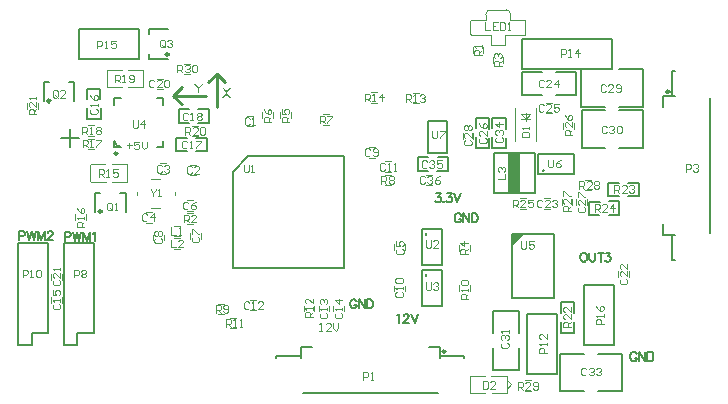
<source format=gto>
%FSLAX25Y25*%
%MOIN*%
G70*
G01*
G75*
%ADD10C,0.02000*%
%ADD11C,0.01500*%
%ADD12C,0.00600*%
%ADD13C,0.01000*%
%ADD14C,0.03000*%
%ADD15C,0.00800*%
%ADD16C,0.02500*%
%ADD17R,0.02362X0.02756*%
%ADD18O,0.05906X0.01575*%
%ADD19R,0.06299X0.10630*%
%ADD20R,0.05512X0.08661*%
%ADD21R,0.05512X0.03543*%
%ADD22R,0.04331X0.05118*%
%ADD23C,0.05906*%
%ADD24R,0.03937X0.12205*%
%ADD25R,0.03937X0.03937*%
%ADD26R,0.05118X0.03150*%
%ADD27R,0.11024X0.08268*%
%ADD28R,0.03543X0.03740*%
%ADD29R,0.03543X0.03740*%
%ADD30O,0.05906X0.00984*%
%ADD31O,0.00984X0.05906*%
%ADD32R,0.03937X0.01378*%
%ADD33O,0.00984X0.02756*%
%ADD34O,0.02756X0.00984*%
%ADD35R,0.10236X0.10630*%
%ADD36R,0.02362X0.03150*%
%ADD37R,0.03150X0.03150*%
%ADD38R,0.03150X0.02362*%
%ADD39R,0.04331X0.03937*%
%ADD40R,0.03150X0.05118*%
%ADD41R,0.08268X0.11024*%
%ADD42R,0.02756X0.02362*%
%ADD43R,0.03500X0.02800*%
%ADD44R,0.02800X0.03500*%
%ADD45R,0.05512X0.06693*%
%ADD46C,0.04724*%
%ADD47R,0.03740X0.03543*%
%ADD48R,0.03740X0.03543*%
%ADD49R,0.07087X0.06299*%
%ADD50R,0.17500X0.26100*%
%ADD51R,0.08900X0.23700*%
%ADD52R,0.37800X0.08900*%
%ADD53R,0.18600X0.12500*%
%ADD54R,0.05300X0.15000*%
%ADD55R,0.08700X0.14600*%
%ADD56R,0.18300X0.06800*%
%ADD57R,0.03100X0.10500*%
%ADD58R,0.27600X0.08000*%
%ADD59R,0.20600X0.13700*%
%ADD60R,0.06700X0.23500*%
%ADD61R,0.10900X0.06800*%
%ADD62R,0.07900X0.07000*%
%ADD63R,0.14900X0.03900*%
%ADD64R,0.05900X0.18900*%
%ADD65R,0.06800X0.03800*%
%ADD66R,0.08500X0.03500*%
%ADD67C,0.07087*%
%ADD68C,0.15748*%
%ADD69R,0.05906X0.05906*%
%ADD70R,0.05906X0.05906*%
%ADD71C,0.01969*%
%ADD72C,0.01575*%
%ADD73C,0.02559*%
%ADD74C,0.02362*%
G04:AMPARAMS|DCode=75|XSize=157.48mil|YSize=118.11mil|CornerRadius=0mil|HoleSize=0mil|Usage=FLASHONLY|Rotation=0.000|XOffset=0mil|YOffset=0mil|HoleType=Round|Shape=Octagon|*
%AMOCTAGOND75*
4,1,8,0.07874,-0.02953,0.07874,0.02953,0.04921,0.05906,-0.04921,0.05906,-0.07874,0.02953,-0.07874,-0.02953,-0.04921,-0.05906,0.04921,-0.05906,0.07874,-0.02953,0.0*
%
%ADD75OCTAGOND75*%

%ADD76O,0.15748X0.11811*%
%ADD77R,0.62400X0.08800*%
%ADD78R,0.10500X0.18500*%
%ADD79C,0.00394*%
%ADD80C,0.00984*%
%ADD81C,0.00984*%
%ADD82C,0.00787*%
%ADD83C,0.00591*%
%ADD84C,0.00500*%
%ADD85C,0.00300*%
%ADD86R,0.03984X0.12820*%
G36*
X50033Y99077D02*
X51229Y97400D01*
X50707D01*
X49898Y98536D01*
X49894Y98541D01*
X49885Y98555D01*
X49875Y98573D01*
X49857Y98597D01*
X49815Y98661D01*
X49769Y98731D01*
X49764Y98726D01*
X49751Y98707D01*
X49732Y98680D01*
X49709Y98643D01*
X49658Y98569D01*
X49635Y98536D01*
X49617Y98509D01*
X48808Y97400D01*
X48300D01*
X49534Y99054D01*
X48443Y100597D01*
X48947D01*
X49529Y99775D01*
Y99770D01*
X49538Y99765D01*
X49547Y99752D01*
X49561Y99733D01*
X49589Y99687D01*
X49631Y99632D01*
X49672Y99567D01*
X49714Y99502D01*
X49751Y99442D01*
X49783Y99387D01*
X49788Y99396D01*
X49801Y99414D01*
X49825Y99451D01*
X49857Y99497D01*
X49894Y99548D01*
X49940Y99613D01*
X49986Y99678D01*
X50042Y99747D01*
X50679Y100597D01*
X51141D01*
X50033Y99077D01*
D02*
G37*
G36*
X40754Y100354D02*
Y99000D01*
X40329D01*
Y100354D01*
X39095Y102197D01*
X39608D01*
X40236Y101227D01*
Y101222D01*
X40246Y101213D01*
X40255Y101199D01*
X40264Y101181D01*
X40283Y101157D01*
X40301Y101130D01*
X40343Y101060D01*
X40394Y100977D01*
X40449Y100885D01*
X40509Y100788D01*
X40565Y100686D01*
Y100691D01*
X40569Y100700D01*
X40578Y100714D01*
X40592Y100733D01*
X40606Y100756D01*
X40625Y100783D01*
X40666Y100853D01*
X40717Y100936D01*
X40777Y101033D01*
X40846Y101139D01*
X40920Y101255D01*
X41535Y102197D01*
X42029D01*
X40754Y100354D01*
D02*
G37*
G36*
X144913Y48193D02*
Y52130D01*
X148850D01*
X144913Y48193D01*
D02*
G37*
D12*
Y30870D02*
Y52130D01*
X159087Y30870D02*
Y52130D01*
X144913D02*
X159087D01*
X144913Y30870D02*
X159087D01*
D13*
X116279Y38128D02*
G03*
X116279Y38128I-98J0D01*
G01*
X155406Y73143D02*
G03*
X155406Y73143I-98J0D01*
G01*
X116279Y51828D02*
G03*
X116279Y51828I-98J0D01*
G01*
X32100Y98100D02*
X43100D01*
X32100D02*
X34900Y95300D01*
X32100Y98100D02*
X34950Y100950D01*
X46450Y105450D02*
X49300Y102600D01*
X43650Y102650D02*
X46450Y105450D01*
Y94450D02*
Y105450D01*
D15*
X-2301Y87099D02*
Y81100D01*
X-5300Y84099D02*
X699D01*
D79*
X143900Y126500D02*
G03*
X143176Y126800I-724J-724D01*
G01*
X144400Y125434D02*
G03*
X144000Y126400I-1366J0D01*
G01*
X137666Y126800D02*
G03*
X136700Y126400I0J-1366D01*
G01*
D02*
G03*
X136200Y125193I1207J-1207D01*
G01*
X142800Y118500D02*
G03*
X142700Y118259I241J-241D01*
G01*
X131100Y118600D02*
G03*
X131341Y118500I241J241D01*
G01*
X32247Y50672D02*
X34216D01*
X32247Y47128D02*
X34216D01*
X32247Y54872D02*
X34216D01*
X32247Y51328D02*
X34216D01*
X149500Y90491D02*
X151075Y91916D01*
X147925D02*
X149500Y90491D01*
X147925Y90459D02*
X151075D01*
X147925Y91916D02*
X151075D01*
X149500Y89782D02*
Y92538D01*
X153043Y83089D02*
Y94113D01*
X145957Y83089D02*
Y94113D01*
X143198Y325D02*
X144624Y1900D01*
X143198Y3475D02*
X144624Y1900D01*
X138198Y-1000D02*
X143198D01*
Y4800D01*
X138098D02*
X143198D01*
X131098D02*
X135998D01*
X130998Y4700D02*
X131098Y4800D01*
X130998Y-900D02*
Y4700D01*
Y-900D02*
X131098Y-1000D01*
X136098D01*
X140200Y126800D02*
X143276D01*
X144400Y125200D02*
Y125534D01*
Y123400D02*
Y125200D01*
X137666Y126800D02*
X140200D01*
X136200Y123400D02*
Y125193D01*
X142700Y115100D02*
Y118259D01*
X142800Y118500D02*
X149400D01*
X137800Y115000D02*
Y118500D01*
X131341D02*
X137800D01*
X144400Y123400D02*
X149200D01*
X149400Y123200D01*
X131300Y123400D02*
X136200D01*
X131100Y123200D02*
X131300Y123400D01*
X149400Y118500D02*
Y123200D01*
X137900Y115000D02*
X142600D01*
X131100Y118600D02*
Y123200D01*
X9900Y101000D02*
X14900D01*
X9800Y101100D02*
X9900Y101000D01*
X9800Y101100D02*
Y106700D01*
X9900Y106800D01*
X14800D01*
X16900D02*
X22000D01*
Y101000D02*
Y106800D01*
X17000Y101000D02*
X22000D01*
X149147Y3272D02*
X151116D01*
X149147Y-272D02*
X151116D01*
X24614Y70486D02*
X27764D01*
X19890Y64974D02*
Y66155D01*
X24614Y60643D02*
X27764D01*
X32488Y64974D02*
Y66155D01*
X56584Y87928D02*
X58553D01*
X56584Y91472D02*
X58553D01*
X37747Y75172D02*
X39716D01*
X37747Y71628D02*
X39716D01*
X27647Y75572D02*
X29616D01*
X27647Y72028D02*
X29616D01*
X135372Y112384D02*
Y114353D01*
X131828Y112384D02*
Y114353D01*
X22843Y55844D02*
X24811D01*
X22843Y59387D02*
X24811D01*
X36536Y59057D02*
X38504D01*
X36536Y55514D02*
X38504D01*
X142072Y109184D02*
Y111153D01*
X138528Y109184D02*
Y111153D01*
X130772Y46484D02*
Y48453D01*
X127228Y46484D02*
Y48453D01*
X109272Y46584D02*
Y48553D01*
X105728Y46584D02*
Y48553D01*
X67628Y90647D02*
Y92616D01*
X71172Y90647D02*
Y92616D01*
X65260Y90770D02*
Y92738D01*
X61717Y90770D02*
Y92738D01*
X36536Y63257D02*
X38504D01*
X36536Y59714D02*
X38504D01*
X41172Y50284D02*
Y52253D01*
X37628Y50284D02*
Y52253D01*
X102547Y71872D02*
X104516D01*
X102547Y68328D02*
X104516D01*
X82084Y88428D02*
X84053D01*
X82084Y91972D02*
X84053D01*
X28772Y49884D02*
Y51853D01*
X25228Y49884D02*
Y51853D01*
X97347Y81072D02*
X99316D01*
X97347Y77528D02*
X99316D01*
X46884Y25228D02*
X48853D01*
X46884Y28772D02*
X48853D01*
X130972Y32984D02*
Y34953D01*
X127428Y32984D02*
Y34953D01*
X109172Y32884D02*
Y34853D01*
X105628Y32884D02*
Y34853D01*
X50847Y24172D02*
X52816D01*
X50847Y20628D02*
X52816D01*
X102547Y76272D02*
X104516D01*
X102547Y72728D02*
X104516D01*
X57736Y30157D02*
X59704D01*
X57736Y26614D02*
X59704D01*
X75517Y26233D02*
Y28201D01*
X79060Y26233D02*
Y28201D01*
X97947Y99372D02*
X99916D01*
X97947Y95828D02*
X99916D01*
X111884Y95628D02*
X113853D01*
X111884Y99172D02*
X113853D01*
X80517Y26233D02*
Y28201D01*
X84060Y26233D02*
Y28201D01*
X4500Y69500D02*
X9500D01*
X4400Y69600D02*
X4500Y69500D01*
X4400Y69600D02*
Y75200D01*
X4500Y75300D01*
X9400D01*
X11500D02*
X16600D01*
Y69500D02*
Y75300D01*
X11600Y69500D02*
X16600D01*
X85317Y26233D02*
Y28201D01*
X88860Y26233D02*
Y28201D01*
X2872Y56684D02*
Y58653D01*
X-672Y56684D02*
Y58653D01*
X3684Y84828D02*
X5653D01*
X3684Y88372D02*
X5653D01*
X3684Y80328D02*
X5653D01*
X3684Y83872D02*
X5653D01*
X-5228Y29184D02*
Y31153D01*
X-8772Y29184D02*
Y31153D01*
X38284Y84628D02*
X40253D01*
X38284Y88172D02*
X40253D01*
X-13028Y93784D02*
Y95753D01*
X-16572Y93784D02*
Y95753D01*
X26484Y100328D02*
X28453D01*
X26484Y103872D02*
X28453D01*
X-8772Y36847D02*
Y38816D01*
X-5228Y36847D02*
Y38816D01*
X183772Y37684D02*
Y39653D01*
X180228Y37684D02*
Y39653D01*
X35584Y108872D02*
X37553D01*
X35584Y105328D02*
X37553D01*
X155647Y60528D02*
X157616D01*
X155647Y64072D02*
X157616D01*
X147747Y60528D02*
X149716D01*
X147747Y64072D02*
X149716D01*
X166228Y61684D02*
Y63653D01*
X169772Y61684D02*
Y63653D01*
X161528Y61684D02*
Y63653D01*
X165072Y61684D02*
Y63653D01*
X169184Y70172D02*
X171153D01*
X169184Y66628D02*
X171153D01*
X116247Y68228D02*
X118216D01*
X116247Y71772D02*
X118216D01*
X165572Y87047D02*
Y89016D01*
X162028Y87047D02*
Y89016D01*
X156384Y95772D02*
X158353D01*
X156384Y92228D02*
X158353D01*
X132072Y83747D02*
Y85716D01*
X128528Y83747D02*
Y85716D01*
D80*
X197426Y99482D02*
G03*
X197426Y99482I-492J0D01*
G01*
X13392Y78908D02*
G03*
X13392Y78908I-492J0D01*
G01*
X122774Y12866D02*
G03*
X122774Y12866I-492J0D01*
G01*
D81*
X-8951Y96449D02*
G03*
X-8951Y96449I-492J0D01*
G01*
X8149Y59549D02*
G03*
X8149Y59549I-492J0D01*
G01*
X30543Y111957D02*
G03*
X30543Y111957I-492J0D01*
G01*
D82*
X12429Y83000D02*
G03*
X14496Y81129I1969J98D01*
G01*
X161058Y-399D02*
X168932D01*
X161058D02*
Y12199D01*
X168932D01*
X173657D02*
X181531D01*
Y-399D02*
Y12199D01*
X173657Y-399D02*
X181531D01*
X-2713Y102643D02*
X-942D01*
X-11178D02*
X-9406D01*
X-11178Y96245D02*
Y102643D01*
X-942Y96245D02*
Y102643D01*
X51847Y40759D02*
Y72826D01*
Y40759D02*
X88973D01*
Y77885D01*
X56906D02*
X88973D01*
X51847Y72826D02*
X56906Y77885D01*
X26504Y81129D02*
X28571D01*
Y83196D01*
Y95204D02*
Y97271D01*
X26504D02*
X28571D01*
X12429D02*
X14496D01*
X12429Y95204D02*
Y97271D01*
Y81129D02*
X14496D01*
X12429D02*
Y83196D01*
X14387Y65743D02*
X16158D01*
X5922D02*
X7694D01*
X5922Y59345D02*
Y65743D01*
X16158Y59345D02*
Y65743D01*
X159674Y98263D02*
X166367D01*
Y106137D01*
X159674D02*
X166367D01*
X148257Y98263D02*
X154950D01*
X148257D02*
Y106137D01*
X154950D01*
X168058Y94301D02*
X175932D01*
X168058D02*
Y106899D01*
X175932D01*
X180657D02*
X188531D01*
Y94301D02*
Y106899D01*
X180657Y94301D02*
X188531D01*
X168158Y80801D02*
X176032D01*
X168158D02*
Y93399D01*
X176032D01*
X180757D02*
X188631D01*
Y80801D02*
Y93399D01*
X180757Y80801D02*
X188631D01*
X169016Y34947D02*
X179016D01*
Y14947D02*
Y34947D01*
X169016Y14947D02*
X179016D01*
X169016D02*
Y34947D01*
X150026Y25447D02*
X160026D01*
Y5447D02*
Y25447D01*
X150026Y5447D02*
X160026D01*
X150026D02*
Y25447D01*
X626Y110347D02*
Y120347D01*
X20626D01*
Y110347D02*
Y120347D01*
X626Y110347D02*
X20626D01*
X148228Y117205D02*
X178228D01*
X148228Y107205D02*
Y117205D01*
Y107205D02*
X178228D01*
Y117205D01*
X23857Y118687D02*
Y120458D01*
Y110222D02*
Y111994D01*
Y110222D02*
X30255D01*
X23857Y120458D02*
X30255D01*
X147231Y6758D02*
Y14100D01*
X138569Y6758D02*
X147231D01*
X138569D02*
Y14100D01*
Y19100D02*
Y26443D01*
X147231D01*
Y19100D02*
Y26443D01*
D83*
X138981Y79130D02*
X152461D01*
Y65646D02*
Y79130D01*
X138981Y65646D02*
X152461D01*
X138981D02*
Y79130D01*
X210910Y52435D02*
Y97316D01*
X198410Y43478D02*
Y51746D01*
X195343D02*
Y55397D01*
Y51746D02*
X199198D01*
X195359Y94364D02*
Y98000D01*
X199198D01*
X198410Y43478D02*
X199198D01*
X198410Y98000D02*
Y106273D01*
X199198D01*
X115000Y27892D02*
X121693D01*
X115000Y39900D02*
X121693D01*
X115000Y27892D02*
Y39900D01*
X121693Y27892D02*
Y39900D01*
X153536Y78655D02*
X165544D01*
Y71962D02*
Y78655D01*
X153536Y71962D02*
Y78655D01*
Y71962D02*
X165544D01*
X117050Y79200D02*
Y89700D01*
X123350D01*
X117050Y79200D02*
X123350D01*
Y89700D01*
X75235Y-1110D02*
X120116D01*
X66278Y11390D02*
X74546D01*
Y14457D02*
X78197D01*
X74546Y10602D02*
Y14457D01*
X117164Y14441D02*
X120800D01*
Y10602D02*
Y14441D01*
X66278Y10602D02*
Y11390D01*
X120800D02*
X129073D01*
Y10602D02*
Y11390D01*
X115000Y41592D02*
X121693D01*
X115000Y53600D02*
X121693D01*
X115000Y41592D02*
Y53600D01*
X121693Y41592D02*
Y53600D01*
X3260Y100520D02*
X7760D01*
X3260Y97010D02*
Y100520D01*
X7760Y96960D02*
Y100520D01*
X3250Y90400D02*
Y93990D01*
Y90400D02*
X7790D01*
Y93970D01*
X43220Y79640D02*
Y84140D01*
X39710D02*
X43220D01*
X39660Y79640D02*
X43220D01*
X33100Y84150D02*
X36690D01*
X33100Y79610D02*
Y84150D01*
Y79610D02*
X36670D01*
X33780Y89060D02*
Y93560D01*
Y89060D02*
X37290D01*
X33780Y93560D02*
X37340D01*
X40310Y89050D02*
X43900D01*
Y93590D01*
X40330D02*
X43900D01*
X177080Y64660D02*
Y69160D01*
Y64660D02*
X180590D01*
X177080Y69160D02*
X180640D01*
X183610Y64650D02*
X187200D01*
Y69190D01*
X183630D02*
X187200D01*
X161157Y19163D02*
X165657D01*
Y22673D01*
X161157Y19163D02*
Y22723D01*
X165667Y25693D02*
Y29283D01*
X161127D02*
X165667D01*
X161127Y25713D02*
Y29283D01*
X170580Y58360D02*
Y62860D01*
Y58360D02*
X174090D01*
X170580Y62860D02*
X174140D01*
X177110Y58350D02*
X180700D01*
Y62890D01*
X177130D02*
X180700D01*
X132810Y87230D02*
Y90800D01*
X137350D01*
Y87210D02*
Y90800D01*
X132840Y80680D02*
Y84240D01*
X137340Y80680D02*
Y84190D01*
X132840Y80680D02*
X137340D01*
X138310Y87230D02*
Y90800D01*
X142850D01*
Y87210D02*
Y90800D01*
X138340Y80680D02*
Y84240D01*
X142840Y80680D02*
Y84190D01*
X138340Y80680D02*
X142840D01*
X113500Y73110D02*
X117070D01*
X113500D02*
Y77650D01*
X117090D01*
X120060Y73140D02*
X123620D01*
X120110Y77640D02*
X123620D01*
Y73140D02*
Y77640D01*
D84*
X-19700Y16000D02*
Y49000D01*
X-9700D01*
Y30500D02*
Y49000D01*
Y19000D02*
Y30500D01*
X-13700Y19000D02*
X-9700D01*
X-19700Y15000D02*
X-15200D01*
Y19000D01*
X-13700D01*
X-19700Y15000D02*
Y16000D01*
X-4400Y15900D02*
Y48900D01*
X5600D01*
Y30400D02*
Y48900D01*
Y18900D02*
Y30400D01*
X1600Y18900D02*
X5600D01*
X-4400Y14900D02*
X100D01*
Y18900D01*
X1600D01*
X-4400Y14900D02*
Y15900D01*
X-4100Y51128D02*
X-2815D01*
X-2386Y51271D01*
X-2243Y51414D01*
X-2100Y51700D01*
Y52128D01*
X-2243Y52414D01*
X-2386Y52557D01*
X-2815Y52699D01*
X-4100D01*
Y49700D01*
X-1429Y52699D02*
X-715Y49700D01*
X-1Y52699D02*
X-715Y49700D01*
X-1Y52699D02*
X713Y49700D01*
X1427Y52699D02*
X713Y49700D01*
X2027Y52699D02*
Y49700D01*
Y52699D02*
X3170Y49700D01*
X4312Y52699D02*
X3170Y49700D01*
X4312Y52699D02*
Y49700D01*
X5169Y52128D02*
X5455Y52271D01*
X5884Y52699D01*
Y49700D01*
X-19300Y51428D02*
X-18015D01*
X-17586Y51571D01*
X-17443Y51714D01*
X-17300Y52000D01*
Y52428D01*
X-17443Y52714D01*
X-17586Y52856D01*
X-18015Y52999D01*
X-19300D01*
Y50000D01*
X-16629Y52999D02*
X-15915Y50000D01*
X-15201Y52999D02*
X-15915Y50000D01*
X-15201Y52999D02*
X-14487Y50000D01*
X-13773Y52999D02*
X-14487Y50000D01*
X-13173Y52999D02*
Y50000D01*
Y52999D02*
X-12030Y50000D01*
X-10887Y52999D02*
X-12030Y50000D01*
X-10887Y52999D02*
Y50000D01*
X-9888Y52285D02*
Y52428D01*
X-9745Y52714D01*
X-9602Y52856D01*
X-9316Y52999D01*
X-8745D01*
X-8460Y52856D01*
X-8317Y52714D01*
X-8174Y52428D01*
Y52142D01*
X-8317Y51857D01*
X-8602Y51428D01*
X-10031Y50000D01*
X-8031D01*
X119586Y65599D02*
X121157D01*
X120300Y64457D01*
X120728D01*
X121014Y64314D01*
X121157Y64171D01*
X121300Y63743D01*
Y63457D01*
X121157Y63029D01*
X120871Y62743D01*
X120443Y62600D01*
X120014D01*
X119586Y62743D01*
X119443Y62886D01*
X119300Y63171D01*
X122114Y62886D02*
X121971Y62743D01*
X122114Y62600D01*
X122257Y62743D01*
X122114Y62886D01*
X123199Y65599D02*
X124770D01*
X123913Y64457D01*
X124342D01*
X124627Y64314D01*
X124770Y64171D01*
X124913Y63743D01*
Y63457D01*
X124770Y63029D01*
X124485Y62743D01*
X124056Y62600D01*
X123628D01*
X123199Y62743D01*
X123056Y62886D01*
X122914Y63171D01*
X125584Y65599D02*
X126727Y62600D01*
X127870Y65599D02*
X126727Y62600D01*
X186542Y11985D02*
X186400Y12271D01*
X186114Y12557D01*
X185828Y12699D01*
X185257D01*
X184971Y12557D01*
X184686Y12271D01*
X184543Y11985D01*
X184400Y11557D01*
Y10843D01*
X184543Y10414D01*
X184686Y10129D01*
X184971Y9843D01*
X185257Y9700D01*
X185828D01*
X186114Y9843D01*
X186400Y10129D01*
X186542Y10414D01*
Y10843D01*
X185828D02*
X186542D01*
X187228Y12699D02*
Y9700D01*
Y12699D02*
X189227Y9700D01*
Y12699D02*
Y9700D01*
X190056Y12699D02*
Y9700D01*
Y12699D02*
X191056D01*
X191484Y12557D01*
X191770Y12271D01*
X191913Y11985D01*
X192055Y11557D01*
Y10843D01*
X191913Y10414D01*
X191770Y10129D01*
X191484Y9843D01*
X191056Y9700D01*
X190056D01*
X106500Y24928D02*
X106786Y25071D01*
X107214Y25499D01*
Y22500D01*
X108842Y24785D02*
Y24928D01*
X108985Y25214D01*
X109128Y25357D01*
X109414Y25499D01*
X109985D01*
X110271Y25357D01*
X110413Y25214D01*
X110556Y24928D01*
Y24642D01*
X110413Y24357D01*
X110128Y23928D01*
X108700Y22500D01*
X110699D01*
X111370Y25499D02*
X112513Y22500D01*
X113656Y25499D02*
X112513Y22500D01*
X93142Y29585D02*
X93000Y29871D01*
X92714Y30156D01*
X92428Y30299D01*
X91857D01*
X91571Y30156D01*
X91286Y29871D01*
X91143Y29585D01*
X91000Y29157D01*
Y28443D01*
X91143Y28014D01*
X91286Y27729D01*
X91571Y27443D01*
X91857Y27300D01*
X92428D01*
X92714Y27443D01*
X93000Y27729D01*
X93142Y28014D01*
Y28443D01*
X92428D02*
X93142D01*
X93828Y30299D02*
Y27300D01*
Y30299D02*
X95828Y27300D01*
Y30299D02*
Y27300D01*
X96656Y30299D02*
Y27300D01*
Y30299D02*
X97656D01*
X98084Y30156D01*
X98370Y29871D01*
X98513Y29585D01*
X98655Y29157D01*
Y28443D01*
X98513Y28014D01*
X98370Y27729D01*
X98084Y27443D01*
X97656Y27300D01*
X96656D01*
X127942Y58185D02*
X127800Y58471D01*
X127514Y58757D01*
X127228Y58899D01*
X126657D01*
X126371Y58757D01*
X126086Y58471D01*
X125943Y58185D01*
X125800Y57757D01*
Y57043D01*
X125943Y56614D01*
X126086Y56328D01*
X126371Y56043D01*
X126657Y55900D01*
X127228D01*
X127514Y56043D01*
X127800Y56328D01*
X127942Y56614D01*
Y57043D01*
X127228D02*
X127942D01*
X128628Y58899D02*
Y55900D01*
Y58899D02*
X130628Y55900D01*
Y58899D02*
Y55900D01*
X131456Y58899D02*
Y55900D01*
Y58899D02*
X132456D01*
X132884Y58757D01*
X133170Y58471D01*
X133313Y58185D01*
X133456Y57757D01*
Y57043D01*
X133313Y56614D01*
X133170Y56328D01*
X132884Y56043D01*
X132456Y55900D01*
X131456D01*
X168557Y45799D02*
X168271Y45656D01*
X167986Y45371D01*
X167843Y45085D01*
X167700Y44657D01*
Y43943D01*
X167843Y43514D01*
X167986Y43229D01*
X168271Y42943D01*
X168557Y42800D01*
X169128D01*
X169414Y42943D01*
X169700Y43229D01*
X169842Y43514D01*
X169985Y43943D01*
Y44657D01*
X169842Y45085D01*
X169700Y45371D01*
X169414Y45656D01*
X169128Y45799D01*
X168557D01*
X170685D02*
Y43657D01*
X170828Y43229D01*
X171114Y42943D01*
X171542Y42800D01*
X171828D01*
X172256Y42943D01*
X172542Y43229D01*
X172685Y43657D01*
Y45799D01*
X174513D02*
Y42800D01*
X173513Y45799D02*
X175513D01*
X176155D02*
X177726D01*
X176869Y44657D01*
X177298D01*
X177584Y44514D01*
X177726Y44371D01*
X177869Y43943D01*
Y43657D01*
X177726Y43229D01*
X177441Y42943D01*
X177012Y42800D01*
X176584D01*
X176155Y42943D01*
X176013Y43086D01*
X175870Y43371D01*
D85*
X24500Y67099D02*
Y66683D01*
X25333Y65850D01*
X26166Y66683D01*
Y67099D01*
X25333Y65850D02*
Y64600D01*
X26999D02*
X27832D01*
X27416D01*
Y67099D01*
X26999Y66683D01*
X118400Y86399D02*
Y84316D01*
X118816Y83900D01*
X119650D01*
X120066Y84316D01*
Y86399D01*
X120899D02*
X122565D01*
Y85983D01*
X120899Y84316D01*
Y83900D01*
X157000Y76799D02*
Y74717D01*
X157416Y74300D01*
X158250D01*
X158666Y74717D01*
Y76799D01*
X161165D02*
X160332Y76383D01*
X159499Y75550D01*
Y74717D01*
X159916Y74300D01*
X160749D01*
X161165Y74717D01*
Y75133D01*
X160749Y75550D01*
X159499D01*
X148000Y49699D02*
Y47616D01*
X148416Y47200D01*
X149250D01*
X149666Y47616D01*
Y49699D01*
X152165D02*
X150499D01*
Y48450D01*
X151332Y48866D01*
X151749D01*
X152165Y48450D01*
Y47616D01*
X151749Y47200D01*
X150916D01*
X150499Y47616D01*
X18500Y89899D02*
Y87817D01*
X18916Y87400D01*
X19750D01*
X20166Y87817D01*
Y89899D01*
X22249Y87400D02*
Y89899D01*
X20999Y88650D01*
X22665D01*
X116200Y35899D02*
Y33816D01*
X116616Y33400D01*
X117450D01*
X117866Y33816D01*
Y35899D01*
X118699Y35483D02*
X119116Y35899D01*
X119949D01*
X120365Y35483D01*
Y35066D01*
X119949Y34650D01*
X119532D01*
X119949D01*
X120365Y34233D01*
Y33816D01*
X119949Y33400D01*
X119116D01*
X118699Y33816D01*
X116200Y49999D02*
Y47916D01*
X116616Y47500D01*
X117450D01*
X117866Y47916D01*
Y49999D01*
X120365Y47500D02*
X118699D01*
X120365Y49166D01*
Y49583D01*
X119949Y49999D01*
X119116D01*
X118699Y49583D01*
X55500Y75099D02*
Y73017D01*
X55917Y72600D01*
X56750D01*
X57166Y73017D01*
Y75099D01*
X57999Y72600D02*
X58832D01*
X58416D01*
Y75099D01*
X57999Y74683D01*
X146900Y200D02*
Y2699D01*
X148150D01*
X148566Y2283D01*
Y1450D01*
X148150Y1033D01*
X146900D01*
X147733D02*
X148566Y200D01*
X151065D02*
X149399D01*
X151065Y1866D01*
Y2283D01*
X150649Y2699D01*
X149816D01*
X149399Y2283D01*
X151898Y617D02*
X152315Y200D01*
X153148D01*
X153565Y617D01*
Y2283D01*
X153148Y2699D01*
X152315D01*
X151898Y2283D01*
Y1866D01*
X152315Y1450D01*
X153565D01*
X167300Y67200D02*
Y69699D01*
X168550D01*
X168966Y69283D01*
Y68450D01*
X168550Y68033D01*
X167300D01*
X168133D02*
X168966Y67200D01*
X171465D02*
X169799D01*
X171465Y68866D01*
Y69283D01*
X171049Y69699D01*
X170216D01*
X169799Y69283D01*
X172298D02*
X172715Y69699D01*
X173548D01*
X173965Y69283D01*
Y68866D01*
X173548Y68450D01*
X173965Y68033D01*
Y67616D01*
X173548Y67200D01*
X172715D01*
X172298Y67616D01*
Y68033D01*
X172715Y68450D01*
X172298Y68866D01*
Y69283D01*
X172715Y68450D02*
X173548D01*
X164500Y59700D02*
X162001D01*
Y60950D01*
X162417Y61366D01*
X163250D01*
X163667Y60950D01*
Y59700D01*
Y60533D02*
X164500Y61366D01*
Y63865D02*
Y62199D01*
X162834Y63865D01*
X162417D01*
X162001Y63449D01*
Y62616D01*
X162417Y62199D01*
X162001Y64698D02*
Y66365D01*
X162417D01*
X164084Y64698D01*
X164500D01*
X165000Y85200D02*
X162501D01*
Y86450D01*
X162917Y86866D01*
X163750D01*
X164167Y86450D01*
Y85200D01*
Y86033D02*
X165000Y86866D01*
Y89365D02*
Y87699D01*
X163334Y89365D01*
X162917D01*
X162501Y88949D01*
Y88116D01*
X162917Y87699D01*
X162501Y91865D02*
X162917Y91031D01*
X163750Y90198D01*
X164584D01*
X165000Y90615D01*
Y91448D01*
X164584Y91865D01*
X164167D01*
X163750Y91448D01*
Y90198D01*
X145200Y61000D02*
Y63499D01*
X146450D01*
X146866Y63083D01*
Y62250D01*
X146450Y61833D01*
X145200D01*
X146033D02*
X146866Y61000D01*
X149365D02*
X147699D01*
X149365Y62666D01*
Y63083D01*
X148949Y63499D01*
X148116D01*
X147699Y63083D01*
X151865Y63499D02*
X150198D01*
Y62250D01*
X151031Y62666D01*
X151448D01*
X151865Y62250D01*
Y61417D01*
X151448Y61000D01*
X150615D01*
X150198Y61417D01*
X172500Y59500D02*
Y61999D01*
X173750D01*
X174166Y61583D01*
Y60750D01*
X173750Y60333D01*
X172500D01*
X173333D02*
X174166Y59500D01*
X176665D02*
X174999D01*
X176665Y61166D01*
Y61583D01*
X176249Y61999D01*
X175416D01*
X174999Y61583D01*
X178748Y59500D02*
Y61999D01*
X177498Y60750D01*
X179165D01*
X179000Y65800D02*
Y68299D01*
X180250D01*
X180666Y67883D01*
Y67050D01*
X180250Y66633D01*
X179000D01*
X179833D02*
X180666Y65800D01*
X183165D02*
X181499D01*
X183165Y67466D01*
Y67883D01*
X182749Y68299D01*
X181916D01*
X181499Y67883D01*
X183998D02*
X184415Y68299D01*
X185248D01*
X185664Y67883D01*
Y67466D01*
X185248Y67050D01*
X184831D01*
X185248D01*
X185664Y66633D01*
Y66216D01*
X185248Y65800D01*
X184415D01*
X183998Y66216D01*
X164600Y21100D02*
X162101D01*
Y22350D01*
X162517Y22766D01*
X163350D01*
X163767Y22350D01*
Y21100D01*
Y21933D02*
X164600Y22766D01*
Y25265D02*
Y23599D01*
X162934Y25265D01*
X162517D01*
X162101Y24849D01*
Y24016D01*
X162517Y23599D01*
X164600Y27764D02*
Y26098D01*
X162934Y27764D01*
X162517D01*
X162101Y27348D01*
Y26515D01*
X162517Y26098D01*
X-13600Y91900D02*
X-16099D01*
Y93150D01*
X-15683Y93566D01*
X-14850D01*
X-14433Y93150D01*
Y91900D01*
Y92733D02*
X-13600Y93566D01*
Y96065D02*
Y94399D01*
X-15266Y96065D01*
X-15683D01*
X-16099Y95649D01*
Y94816D01*
X-15683Y94399D01*
X-13600Y96898D02*
Y97731D01*
Y97315D01*
X-16099D01*
X-15683Y96898D01*
X36000Y85200D02*
Y87699D01*
X37250D01*
X37666Y87283D01*
Y86450D01*
X37250Y86033D01*
X36000D01*
X36833D02*
X37666Y85200D01*
X40165D02*
X38499D01*
X40165Y86866D01*
Y87283D01*
X39749Y87699D01*
X38916D01*
X38499Y87283D01*
X40998D02*
X41415Y87699D01*
X42248D01*
X42665Y87283D01*
Y85616D01*
X42248Y85200D01*
X41415D01*
X40998Y85616D01*
Y87283D01*
X12600Y102600D02*
Y105099D01*
X13850D01*
X14266Y104683D01*
Y103850D01*
X13850Y103433D01*
X12600D01*
X13433D02*
X14266Y102600D01*
X15099D02*
X15932D01*
X15516D01*
Y105099D01*
X15099Y104683D01*
X17182Y103016D02*
X17598Y102600D01*
X18431D01*
X18848Y103016D01*
Y104683D01*
X18431Y105099D01*
X17598D01*
X17182Y104683D01*
Y104266D01*
X17598Y103850D01*
X18848D01*
X1700Y85300D02*
Y87799D01*
X2950D01*
X3366Y87383D01*
Y86550D01*
X2950Y86133D01*
X1700D01*
X2533D02*
X3366Y85300D01*
X4199D02*
X5032D01*
X4616D01*
Y87799D01*
X4199Y87383D01*
X6282D02*
X6698Y87799D01*
X7531D01*
X7948Y87383D01*
Y86966D01*
X7531Y86550D01*
X7948Y86133D01*
Y85716D01*
X7531Y85300D01*
X6698D01*
X6282Y85716D01*
Y86133D01*
X6698Y86550D01*
X6282Y86966D01*
Y87383D01*
X6698Y86550D02*
X7531D01*
X1800Y81000D02*
Y83499D01*
X3050D01*
X3466Y83083D01*
Y82250D01*
X3050Y81833D01*
X1800D01*
X2633D02*
X3466Y81000D01*
X4299D02*
X5132D01*
X4716D01*
Y83499D01*
X4299Y83083D01*
X6382Y83499D02*
X8048D01*
Y83083D01*
X6382Y81416D01*
Y81000D01*
X2400Y54500D02*
X-99D01*
Y55750D01*
X317Y56166D01*
X1150D01*
X1567Y55750D01*
Y54500D01*
Y55333D02*
X2400Y56166D01*
Y56999D02*
Y57832D01*
Y57416D01*
X-99D01*
X317Y56999D01*
X-99Y60748D02*
X317Y59915D01*
X1150Y59082D01*
X1984D01*
X2400Y59498D01*
Y60331D01*
X1984Y60748D01*
X1567D01*
X1150Y60331D01*
Y59082D01*
X7200Y71100D02*
Y73599D01*
X8450D01*
X8866Y73183D01*
Y72350D01*
X8450Y71933D01*
X7200D01*
X8033D02*
X8866Y71100D01*
X9699D02*
X10532D01*
X10116D01*
Y73599D01*
X9699Y73183D01*
X13448Y73599D02*
X11782D01*
Y72350D01*
X12615Y72766D01*
X13032D01*
X13448Y72350D01*
Y71517D01*
X13032Y71100D01*
X12198D01*
X11782Y71517D01*
X95900Y96300D02*
Y98799D01*
X97150D01*
X97566Y98383D01*
Y97550D01*
X97150Y97133D01*
X95900D01*
X96733D02*
X97566Y96300D01*
X98399D02*
X99232D01*
X98816D01*
Y98799D01*
X98399Y98383D01*
X101731Y96300D02*
Y98799D01*
X100482Y97550D01*
X102148D01*
X109600Y96100D02*
Y98599D01*
X110850D01*
X111266Y98183D01*
Y97350D01*
X110850Y96933D01*
X109600D01*
X110433D02*
X111266Y96100D01*
X112099D02*
X112932D01*
X112516D01*
Y98599D01*
X112099Y98183D01*
X114182D02*
X114598Y98599D01*
X115431D01*
X115848Y98183D01*
Y97766D01*
X115431Y97350D01*
X115015D01*
X115431D01*
X115848Y96933D01*
Y96517D01*
X115431Y96100D01*
X114598D01*
X114182Y96517D01*
X78500Y24300D02*
X76001D01*
Y25550D01*
X76417Y25966D01*
X77250D01*
X77667Y25550D01*
Y24300D01*
Y25133D02*
X78500Y25966D01*
Y26799D02*
Y27632D01*
Y27216D01*
X76001D01*
X76417Y26799D01*
X78500Y30548D02*
Y28882D01*
X76834Y30548D01*
X76417D01*
X76001Y30132D01*
Y29298D01*
X76417Y28882D01*
X49600Y21200D02*
Y23699D01*
X50850D01*
X51266Y23283D01*
Y22450D01*
X50850Y22033D01*
X49600D01*
X50433D02*
X51266Y21200D01*
X52099D02*
X52932D01*
X52516D01*
Y23699D01*
X52099Y23283D01*
X54182Y21200D02*
X55015D01*
X54598D01*
Y23699D01*
X54182Y23283D01*
X130400Y30500D02*
X127901D01*
Y31750D01*
X128317Y32166D01*
X129150D01*
X129567Y31750D01*
Y30500D01*
Y31333D02*
X130400Y32166D01*
Y32999D02*
Y33832D01*
Y33416D01*
X127901D01*
X128317Y32999D01*
Y35082D02*
X127901Y35498D01*
Y36331D01*
X128317Y36748D01*
X129983D01*
X130400Y36331D01*
Y35498D01*
X129983Y35082D01*
X128317D01*
X46200Y25800D02*
Y28299D01*
X47450D01*
X47866Y27883D01*
Y27050D01*
X47450Y26633D01*
X46200D01*
X47033D02*
X47866Y25800D01*
X48699Y26217D02*
X49116Y25800D01*
X49949D01*
X50365Y26217D01*
Y27883D01*
X49949Y28299D01*
X49116D01*
X48699Y27883D01*
Y27466D01*
X49116Y27050D01*
X50365D01*
X101400Y68800D02*
Y71299D01*
X102650D01*
X103066Y70883D01*
Y70050D01*
X102650Y69633D01*
X101400D01*
X102233D02*
X103066Y68800D01*
X103899Y70883D02*
X104316Y71299D01*
X105149D01*
X105565Y70883D01*
Y70466D01*
X105149Y70050D01*
X105565Y69633D01*
Y69217D01*
X105149Y68800D01*
X104316D01*
X103899Y69217D01*
Y69633D01*
X104316Y70050D01*
X103899Y70466D01*
Y70883D01*
X104316Y70050D02*
X105149D01*
X80900Y88900D02*
Y91399D01*
X82150D01*
X82566Y90983D01*
Y90150D01*
X82150Y89733D01*
X80900D01*
X81733D02*
X82566Y88900D01*
X83399Y91399D02*
X85065D01*
Y90983D01*
X83399Y89316D01*
Y88900D01*
X64700Y89400D02*
X62201D01*
Y90650D01*
X62617Y91066D01*
X63450D01*
X63867Y90650D01*
Y89400D01*
Y90233D02*
X64700Y91066D01*
X62201Y93565D02*
X62617Y92732D01*
X63450Y91899D01*
X64284D01*
X64700Y92316D01*
Y93149D01*
X64284Y93565D01*
X63867D01*
X63450Y93149D01*
Y91899D01*
X70700Y89500D02*
X68201D01*
Y90750D01*
X68617Y91166D01*
X69450D01*
X69867Y90750D01*
Y89500D01*
Y90333D02*
X70700Y91166D01*
X68201Y93665D02*
Y91999D01*
X69450D01*
X69034Y92832D01*
Y93249D01*
X69450Y93665D01*
X70284D01*
X70700Y93249D01*
Y92416D01*
X70284Y91999D01*
X130200Y45400D02*
X127701D01*
Y46650D01*
X128117Y47066D01*
X128950D01*
X129367Y46650D01*
Y45400D01*
Y46233D02*
X130200Y47066D01*
Y49149D02*
X127701D01*
X128950Y47899D01*
Y49565D01*
X141500Y108100D02*
X139001D01*
Y109350D01*
X139417Y109766D01*
X140250D01*
X140667Y109350D01*
Y108100D01*
Y108933D02*
X141500Y109766D01*
X139417Y110599D02*
X139001Y111016D01*
Y111849D01*
X139417Y112265D01*
X139834D01*
X140250Y111849D01*
Y111432D01*
Y111849D01*
X140667Y112265D01*
X141084D01*
X141500Y111849D01*
Y111016D01*
X141084Y110599D01*
X35600Y56000D02*
Y58499D01*
X36850D01*
X37266Y58083D01*
Y57250D01*
X36850Y56833D01*
X35600D01*
X36433D02*
X37266Y56000D01*
X39765D02*
X38099D01*
X39765Y57666D01*
Y58083D01*
X39349Y58499D01*
X38516D01*
X38099Y58083D01*
X134900Y111700D02*
X132401D01*
Y112950D01*
X132817Y113366D01*
X133650D01*
X134067Y112950D01*
Y111700D01*
Y112533D02*
X134900Y113366D01*
Y114199D02*
Y115032D01*
Y114616D01*
X132401D01*
X132817Y114199D01*
X-6534Y97917D02*
Y99583D01*
X-6950Y99999D01*
X-7784D01*
X-8200Y99583D01*
Y97917D01*
X-7784Y97500D01*
X-6950D01*
X-7367Y98333D02*
X-6534Y97500D01*
X-6950D02*
X-6534Y97917D01*
X-4035Y97500D02*
X-5701D01*
X-4035Y99166D01*
Y99583D01*
X-4451Y99999D01*
X-5284D01*
X-5701Y99583D01*
X11666Y60417D02*
Y62083D01*
X11250Y62499D01*
X10417D01*
X10000Y62083D01*
Y60417D01*
X10417Y60000D01*
X11250D01*
X10833Y60833D02*
X11666Y60000D01*
X11250D02*
X11666Y60417D01*
X12499Y60000D02*
X13332D01*
X12916D01*
Y62499D01*
X12499Y62083D01*
X175500Y21900D02*
X173001D01*
Y23150D01*
X173417Y23566D01*
X174250D01*
X174667Y23150D01*
Y21900D01*
X175500Y24399D02*
Y25232D01*
Y24816D01*
X173001D01*
X173417Y24399D01*
X173001Y28148D02*
X173417Y27315D01*
X174250Y26482D01*
X175083D01*
X175500Y26898D01*
Y27731D01*
X175083Y28148D01*
X174667D01*
X174250Y27731D01*
Y26482D01*
X6700Y114000D02*
Y116499D01*
X7950D01*
X8366Y116083D01*
Y115250D01*
X7950Y114833D01*
X6700D01*
X9199Y114000D02*
X10032D01*
X9616D01*
Y116499D01*
X9199Y116083D01*
X12948Y116499D02*
X11282D01*
Y115250D01*
X12115Y115666D01*
X12531D01*
X12948Y115250D01*
Y114417D01*
X12531Y114000D01*
X11698D01*
X11282Y114417D01*
X161200Y111200D02*
Y113699D01*
X162450D01*
X162866Y113283D01*
Y112450D01*
X162450Y112033D01*
X161200D01*
X163699Y111200D02*
X164532D01*
X164116D01*
Y113699D01*
X163699Y113283D01*
X167031Y111200D02*
Y113699D01*
X165782Y112450D01*
X167448D01*
X156600Y12400D02*
X154101D01*
Y13650D01*
X154517Y14066D01*
X155350D01*
X155767Y13650D01*
Y12400D01*
X156600Y14899D02*
Y15732D01*
Y15316D01*
X154101D01*
X154517Y14899D01*
X156600Y18648D02*
Y16982D01*
X154934Y18648D01*
X154517D01*
X154101Y18232D01*
Y17398D01*
X154517Y16982D01*
X-18200Y37700D02*
Y40199D01*
X-16950D01*
X-16534Y39783D01*
Y38950D01*
X-16950Y38533D01*
X-18200D01*
X-15701Y37700D02*
X-14868D01*
X-15284D01*
Y40199D01*
X-15701Y39783D01*
X-13618D02*
X-13202Y40199D01*
X-12369D01*
X-11952Y39783D01*
Y38116D01*
X-12369Y37700D01*
X-13202D01*
X-13618Y38116D01*
Y39783D01*
X-1100Y37600D02*
Y40099D01*
X150D01*
X566Y39683D01*
Y38850D01*
X150Y38433D01*
X-1100D01*
X1399Y39683D02*
X1816Y40099D01*
X2649D01*
X3065Y39683D01*
Y39266D01*
X2649Y38850D01*
X3065Y38433D01*
Y38017D01*
X2649Y37600D01*
X1816D01*
X1399Y38017D01*
Y38433D01*
X1816Y38850D01*
X1399Y39266D01*
Y39683D01*
X1816Y38850D02*
X2649D01*
X202800Y72800D02*
Y75299D01*
X204050D01*
X204466Y74883D01*
Y74050D01*
X204050Y73633D01*
X202800D01*
X205299Y74883D02*
X205716Y75299D01*
X206549D01*
X206965Y74883D01*
Y74466D01*
X206549Y74050D01*
X206132D01*
X206549D01*
X206965Y73633D01*
Y73216D01*
X206549Y72800D01*
X205716D01*
X205299Y73216D01*
X95400Y3500D02*
Y5999D01*
X96650D01*
X97066Y5583D01*
Y4750D01*
X96650Y4333D01*
X95400D01*
X97899Y3500D02*
X98732D01*
X98316D01*
Y5999D01*
X97899Y5583D01*
X136000Y122599D02*
Y120100D01*
X137666D01*
X140165Y122599D02*
X138499D01*
Y120100D01*
X140165D01*
X138499Y121350D02*
X139332D01*
X140998Y122599D02*
Y120100D01*
X142248D01*
X142665Y120517D01*
Y122183D01*
X142248Y122599D01*
X140998D01*
X143498Y120100D02*
X144331D01*
X143914D01*
Y122599D01*
X143498Y122183D01*
X140201Y70300D02*
X142700D01*
Y71966D01*
X140617Y72799D02*
X140201Y73216D01*
Y74049D01*
X140617Y74465D01*
X141034D01*
X141450Y74049D01*
Y73632D01*
Y74049D01*
X141867Y74465D01*
X142283D01*
X142700Y74049D01*
Y73216D01*
X142283Y72799D01*
X31200Y50199D02*
Y47700D01*
X32866D01*
X35365D02*
X33699D01*
X35365Y49366D01*
Y49783D01*
X34949Y50199D01*
X34116D01*
X33699Y49783D01*
X31300Y54299D02*
Y51800D01*
X32966D01*
X33799D02*
X34632D01*
X34216D01*
Y54299D01*
X33799Y53883D01*
X135200Y2999D02*
Y500D01*
X136450D01*
X136866Y917D01*
Y2583D01*
X136450Y2999D01*
X135200D01*
X139365Y500D02*
X137699D01*
X139365Y2166D01*
Y2583D01*
X138949Y2999D01*
X138116D01*
X137699Y2583D01*
X148201Y84500D02*
X150700D01*
Y85750D01*
X150284Y86166D01*
X148617D01*
X148201Y85750D01*
Y84500D01*
X150700Y86999D02*
Y87832D01*
Y87416D01*
X148201D01*
X148617Y86999D01*
X115866Y70883D02*
X115450Y71299D01*
X114617D01*
X114200Y70883D01*
Y69217D01*
X114617Y68800D01*
X115450D01*
X115866Y69217D01*
X116699Y70883D02*
X117116Y71299D01*
X117949D01*
X118365Y70883D01*
Y70466D01*
X117949Y70050D01*
X117532D01*
X117949D01*
X118365Y69633D01*
Y69217D01*
X117949Y68800D01*
X117116D01*
X116699Y69217D01*
X120864Y71299D02*
X120031Y70883D01*
X119198Y70050D01*
Y69217D01*
X119615Y68800D01*
X120448D01*
X120864Y69217D01*
Y69633D01*
X120448Y70050D01*
X119198D01*
X116566Y76183D02*
X116150Y76599D01*
X115316D01*
X114900Y76183D01*
Y74516D01*
X115316Y74100D01*
X116150D01*
X116566Y74516D01*
X117399Y76183D02*
X117816Y76599D01*
X118649D01*
X119065Y76183D01*
Y75766D01*
X118649Y75350D01*
X118232D01*
X118649D01*
X119065Y74933D01*
Y74516D01*
X118649Y74100D01*
X117816D01*
X117399Y74516D01*
X121564Y76599D02*
X119898D01*
Y75350D01*
X120731Y75766D01*
X121148D01*
X121564Y75350D01*
Y74516D01*
X121148Y74100D01*
X120315D01*
X119898Y74516D01*
X139817Y84266D02*
X139401Y83850D01*
Y83017D01*
X139817Y82600D01*
X141483D01*
X141900Y83017D01*
Y83850D01*
X141483Y84266D01*
X139817Y85099D02*
X139401Y85516D01*
Y86349D01*
X139817Y86765D01*
X140234D01*
X140650Y86349D01*
Y85932D01*
Y86349D01*
X141067Y86765D01*
X141483D01*
X141900Y86349D01*
Y85516D01*
X141483Y85099D01*
X141900Y88848D02*
X139401D01*
X140650Y87598D01*
Y89265D01*
X169766Y6983D02*
X169350Y7399D01*
X168517D01*
X168100Y6983D01*
Y5316D01*
X168517Y4900D01*
X169350D01*
X169766Y5316D01*
X170599Y6983D02*
X171016Y7399D01*
X171849D01*
X172265Y6983D01*
Y6566D01*
X171849Y6150D01*
X171432D01*
X171849D01*
X172265Y5733D01*
Y5316D01*
X171849Y4900D01*
X171016D01*
X170599Y5316D01*
X173098Y6983D02*
X173515Y7399D01*
X174348D01*
X174765Y6983D01*
Y6566D01*
X174348Y6150D01*
X173931D01*
X174348D01*
X174765Y5733D01*
Y5316D01*
X174348Y4900D01*
X173515D01*
X173098Y5316D01*
X141717Y15866D02*
X141301Y15450D01*
Y14616D01*
X141717Y14200D01*
X143384D01*
X143800Y14616D01*
Y15450D01*
X143384Y15866D01*
X141717Y16699D02*
X141301Y17116D01*
Y17949D01*
X141717Y18365D01*
X142134D01*
X142550Y17949D01*
Y17532D01*
Y17949D01*
X142967Y18365D01*
X143384D01*
X143800Y17949D01*
Y17116D01*
X143384Y16699D01*
X143800Y19198D02*
Y20031D01*
Y19615D01*
X141301D01*
X141717Y19198D01*
X176466Y87683D02*
X176050Y88099D01*
X175216D01*
X174800Y87683D01*
Y86016D01*
X175216Y85600D01*
X176050D01*
X176466Y86016D01*
X177299Y87683D02*
X177716Y88099D01*
X178549D01*
X178965Y87683D01*
Y87266D01*
X178549Y86850D01*
X178132D01*
X178549D01*
X178965Y86433D01*
Y86016D01*
X178549Y85600D01*
X177716D01*
X177299Y86016D01*
X179798Y87683D02*
X180215Y88099D01*
X181048D01*
X181465Y87683D01*
Y86016D01*
X181048Y85600D01*
X180215D01*
X179798Y86016D01*
Y87683D01*
X176166Y101483D02*
X175750Y101899D01*
X174917D01*
X174500Y101483D01*
Y99817D01*
X174917Y99400D01*
X175750D01*
X176166Y99817D01*
X178665Y99400D02*
X176999D01*
X178665Y101066D01*
Y101483D01*
X178249Y101899D01*
X177416D01*
X176999Y101483D01*
X179498Y99817D02*
X179915Y99400D01*
X180748D01*
X181165Y99817D01*
Y101483D01*
X180748Y101899D01*
X179915D01*
X179498Y101483D01*
Y101066D01*
X179915Y100650D01*
X181165D01*
X129417Y83266D02*
X129001Y82850D01*
Y82016D01*
X129417Y81600D01*
X131084D01*
X131500Y82016D01*
Y82850D01*
X131084Y83266D01*
X131500Y85765D02*
Y84099D01*
X129834Y85765D01*
X129417D01*
X129001Y85349D01*
Y84516D01*
X129417Y84099D01*
Y86598D02*
X129001Y87015D01*
Y87848D01*
X129417Y88265D01*
X129834D01*
X130250Y87848D01*
X130667Y88265D01*
X131084D01*
X131500Y87848D01*
Y87015D01*
X131084Y86598D01*
X130667D01*
X130250Y87015D01*
X129834Y86598D01*
X129417D01*
X130250Y87015D02*
Y87848D01*
X167217Y60966D02*
X166801Y60550D01*
Y59716D01*
X167217Y59300D01*
X168884D01*
X169300Y59716D01*
Y60550D01*
X168884Y60966D01*
X169300Y63465D02*
Y61799D01*
X167634Y63465D01*
X167217D01*
X166801Y63049D01*
Y62216D01*
X167217Y61799D01*
X166801Y64298D02*
Y65965D01*
X167217D01*
X168884Y64298D01*
X169300D01*
X134417Y83966D02*
X134001Y83550D01*
Y82717D01*
X134417Y82300D01*
X136083D01*
X136500Y82717D01*
Y83550D01*
X136083Y83966D01*
X136500Y86465D02*
Y84799D01*
X134834Y86465D01*
X134417D01*
X134001Y86049D01*
Y85216D01*
X134417Y84799D01*
X134001Y88964D02*
X134417Y88131D01*
X135250Y87298D01*
X136083D01*
X136500Y87715D01*
Y88548D01*
X136083Y88964D01*
X135667D01*
X135250Y88548D01*
Y87298D01*
X155466Y94883D02*
X155050Y95299D01*
X154217D01*
X153800Y94883D01*
Y93217D01*
X154217Y92800D01*
X155050D01*
X155466Y93217D01*
X157965Y92800D02*
X156299D01*
X157965Y94466D01*
Y94883D01*
X157549Y95299D01*
X156716D01*
X156299Y94883D01*
X160465Y95299D02*
X158798D01*
Y94050D01*
X159631Y94466D01*
X160048D01*
X160465Y94050D01*
Y93217D01*
X160048Y92800D01*
X159215D01*
X158798Y93217D01*
X155566Y102983D02*
X155150Y103399D01*
X154316D01*
X153900Y102983D01*
Y101316D01*
X154316Y100900D01*
X155150D01*
X155566Y101316D01*
X158065Y100900D02*
X156399D01*
X158065Y102566D01*
Y102983D01*
X157649Y103399D01*
X156816D01*
X156399Y102983D01*
X160148Y100900D02*
Y103399D01*
X158898Y102150D01*
X160564D01*
X155066Y63083D02*
X154650Y63499D01*
X153816D01*
X153400Y63083D01*
Y61417D01*
X153816Y61000D01*
X154650D01*
X155066Y61417D01*
X157565Y61000D02*
X155899D01*
X157565Y62666D01*
Y63083D01*
X157149Y63499D01*
X156316D01*
X155899Y63083D01*
X158398D02*
X158815Y63499D01*
X159648D01*
X160064Y63083D01*
Y62666D01*
X159648Y62250D01*
X159231D01*
X159648D01*
X160064Y61833D01*
Y61417D01*
X159648Y61000D01*
X158815D01*
X158398Y61417D01*
X181217Y37066D02*
X180801Y36650D01*
Y35816D01*
X181217Y35400D01*
X182884D01*
X183300Y35816D01*
Y36650D01*
X182884Y37066D01*
X183300Y39565D02*
Y37899D01*
X181634Y39565D01*
X181217D01*
X180801Y39149D01*
Y38316D01*
X181217Y37899D01*
X183300Y42064D02*
Y40398D01*
X181634Y42064D01*
X181217D01*
X180801Y41648D01*
Y40815D01*
X181217Y40398D01*
X-7783Y36666D02*
X-8199Y36250D01*
Y35416D01*
X-7783Y35000D01*
X-6117D01*
X-5700Y35416D01*
Y36250D01*
X-6117Y36666D01*
X-5700Y39165D02*
Y37499D01*
X-7366Y39165D01*
X-7783D01*
X-8199Y38749D01*
Y37916D01*
X-7783Y37499D01*
X-5700Y39998D02*
Y40831D01*
Y40415D01*
X-8199D01*
X-7783Y39998D01*
X25766Y102983D02*
X25350Y103399D01*
X24517D01*
X24100Y102983D01*
Y101316D01*
X24517Y100900D01*
X25350D01*
X25766Y101316D01*
X28265Y100900D02*
X26599D01*
X28265Y102566D01*
Y102983D01*
X27849Y103399D01*
X27016D01*
X26599Y102983D01*
X29098D02*
X29515Y103399D01*
X30348D01*
X30764Y102983D01*
Y101316D01*
X30348Y100900D01*
X29515D01*
X29098Y101316D01*
Y102983D01*
X36866Y92083D02*
X36450Y92499D01*
X35616D01*
X35200Y92083D01*
Y90417D01*
X35616Y90000D01*
X36450D01*
X36866Y90417D01*
X37699Y90000D02*
X38532D01*
X38116D01*
Y92499D01*
X37699Y92083D01*
X39782D02*
X40198Y92499D01*
X41032D01*
X41448Y92083D01*
Y91666D01*
X41032Y91250D01*
X41448Y90833D01*
Y90417D01*
X41032Y90000D01*
X40198D01*
X39782Y90417D01*
Y90833D01*
X40198Y91250D01*
X39782Y91666D01*
Y92083D01*
X40198Y91250D02*
X41032D01*
X36666Y82683D02*
X36250Y83099D01*
X35416D01*
X35000Y82683D01*
Y81016D01*
X35416Y80600D01*
X36250D01*
X36666Y81016D01*
X37499Y80600D02*
X38332D01*
X37916D01*
Y83099D01*
X37499Y82683D01*
X39582Y83099D02*
X41248D01*
Y82683D01*
X39582Y81016D01*
Y80600D01*
X4717Y93866D02*
X4301Y93450D01*
Y92616D01*
X4717Y92200D01*
X6384D01*
X6800Y92616D01*
Y93450D01*
X6384Y93866D01*
X6800Y94699D02*
Y95532D01*
Y95116D01*
X4301D01*
X4717Y94699D01*
X4301Y98448D02*
X4717Y97615D01*
X5550Y96782D01*
X6384D01*
X6800Y97198D01*
Y98031D01*
X6384Y98448D01*
X5967D01*
X5550Y98031D01*
Y96782D01*
X-7783Y28666D02*
X-8199Y28250D01*
Y27417D01*
X-7783Y27000D01*
X-6117D01*
X-5700Y27417D01*
Y28250D01*
X-6117Y28666D01*
X-5700Y29499D02*
Y30332D01*
Y29916D01*
X-8199D01*
X-7783Y29499D01*
X-8199Y33248D02*
Y31582D01*
X-6950D01*
X-7366Y32415D01*
Y32831D01*
X-6950Y33248D01*
X-6117D01*
X-5700Y32831D01*
Y31998D01*
X-6117Y31582D01*
X86317Y25766D02*
X85901Y25350D01*
Y24517D01*
X86317Y24100D01*
X87984D01*
X88400Y24517D01*
Y25350D01*
X87984Y25766D01*
X88400Y26599D02*
Y27432D01*
Y27016D01*
X85901D01*
X86317Y26599D01*
X88400Y29932D02*
X85901D01*
X87150Y28682D01*
Y30348D01*
X81317Y25766D02*
X80901Y25350D01*
Y24517D01*
X81317Y24100D01*
X82983D01*
X83400Y24517D01*
Y25350D01*
X82983Y25766D01*
X83400Y26599D02*
Y27432D01*
Y27016D01*
X80901D01*
X81317Y26599D01*
Y28682D02*
X80901Y29098D01*
Y29932D01*
X81317Y30348D01*
X81734D01*
X82150Y29932D01*
Y29515D01*
Y29932D01*
X82567Y30348D01*
X82983D01*
X83400Y29932D01*
Y29098D01*
X82983Y28682D01*
X57366Y29183D02*
X56950Y29599D01*
X56116D01*
X55700Y29183D01*
Y27516D01*
X56116Y27100D01*
X56950D01*
X57366Y27516D01*
X58199Y27100D02*
X59032D01*
X58616D01*
Y29599D01*
X58199Y29183D01*
X61948Y27100D02*
X60282D01*
X61948Y28766D01*
Y29183D01*
X61531Y29599D01*
X60698D01*
X60282Y29183D01*
X102666Y75283D02*
X102250Y75699D01*
X101417D01*
X101000Y75283D01*
Y73616D01*
X101417Y73200D01*
X102250D01*
X102666Y73616D01*
X103499Y73200D02*
X104332D01*
X103916D01*
Y75699D01*
X103499Y75283D01*
X105582Y73200D02*
X106415D01*
X105998D01*
Y75699D01*
X105582Y75283D01*
X106517Y32766D02*
X106101Y32350D01*
Y31517D01*
X106517Y31100D01*
X108184D01*
X108600Y31517D01*
Y32350D01*
X108184Y32766D01*
X108600Y33599D02*
Y34432D01*
Y34016D01*
X106101D01*
X106517Y33599D01*
Y35682D02*
X106101Y36098D01*
Y36931D01*
X106517Y37348D01*
X108184D01*
X108600Y36931D01*
Y36098D01*
X108184Y35682D01*
X106517D01*
X97666Y80183D02*
X97250Y80599D01*
X96416D01*
X96000Y80183D01*
Y78517D01*
X96416Y78100D01*
X97250D01*
X97666Y78517D01*
X98499D02*
X98916Y78100D01*
X99749D01*
X100165Y78517D01*
Y80183D01*
X99749Y80599D01*
X98916D01*
X98499Y80183D01*
Y79766D01*
X98916Y79350D01*
X100165D01*
X26117Y50566D02*
X25701Y50150D01*
Y49316D01*
X26117Y48900D01*
X27784D01*
X28200Y49316D01*
Y50150D01*
X27784Y50566D01*
X26117Y51399D02*
X25701Y51816D01*
Y52649D01*
X26117Y53065D01*
X26534D01*
X26950Y52649D01*
X27367Y53065D01*
X27784D01*
X28200Y52649D01*
Y51816D01*
X27784Y51399D01*
X27367D01*
X26950Y51816D01*
X26534Y51399D01*
X26117D01*
X26950Y51816D02*
Y52649D01*
X38617Y51066D02*
X38201Y50650D01*
Y49817D01*
X38617Y49400D01*
X40284D01*
X40700Y49817D01*
Y50650D01*
X40284Y51066D01*
X38201Y51899D02*
Y53565D01*
X38617D01*
X40284Y51899D01*
X40700D01*
X37066Y62383D02*
X36650Y62799D01*
X35816D01*
X35400Y62383D01*
Y60716D01*
X35816Y60300D01*
X36650D01*
X37066Y60716D01*
X39565Y62799D02*
X38732Y62383D01*
X37899Y61550D01*
Y60716D01*
X38316Y60300D01*
X39149D01*
X39565Y60716D01*
Y61133D01*
X39149Y61550D01*
X37899D01*
X106717Y47066D02*
X106301Y46650D01*
Y45816D01*
X106717Y45400D01*
X108384D01*
X108800Y45816D01*
Y46650D01*
X108384Y47066D01*
X106301Y49565D02*
Y47899D01*
X107550D01*
X107134Y48732D01*
Y49149D01*
X107550Y49565D01*
X108384D01*
X108800Y49149D01*
Y48316D01*
X108384Y47899D01*
X23366Y58483D02*
X22950Y58899D01*
X22117D01*
X21700Y58483D01*
Y56817D01*
X22117Y56400D01*
X22950D01*
X23366Y56817D01*
X25449Y56400D02*
Y58899D01*
X24199Y57650D01*
X25865D01*
X28266Y74583D02*
X27850Y74999D01*
X27016D01*
X26600Y74583D01*
Y72917D01*
X27016Y72500D01*
X27850D01*
X28266Y72917D01*
X29099Y74583D02*
X29516Y74999D01*
X30349D01*
X30765Y74583D01*
Y74166D01*
X30349Y73750D01*
X29932D01*
X30349D01*
X30765Y73333D01*
Y72917D01*
X30349Y72500D01*
X29516D01*
X29099Y72917D01*
X38266Y74283D02*
X37850Y74699D01*
X37016D01*
X36600Y74283D01*
Y72616D01*
X37016Y72200D01*
X37850D01*
X38266Y72616D01*
X40765Y72200D02*
X39099D01*
X40765Y73866D01*
Y74283D01*
X40349Y74699D01*
X39516D01*
X39099Y74283D01*
X57466Y90483D02*
X57050Y90899D01*
X56217D01*
X55800Y90483D01*
Y88816D01*
X56217Y88400D01*
X57050D01*
X57466Y88816D01*
X58299Y88400D02*
X59132D01*
X58716D01*
Y90899D01*
X58299Y90483D01*
X80700Y19800D02*
X81533D01*
X81116D01*
Y22299D01*
X80700Y21883D01*
X84449Y19800D02*
X82783D01*
X84449Y21466D01*
Y21883D01*
X84032Y22299D01*
X83199D01*
X82783Y21883D01*
X85282Y22299D02*
Y20633D01*
X86115Y19800D01*
X86948Y20633D01*
Y22299D01*
X16450Y81600D02*
X18116D01*
X17283Y82433D02*
Y80766D01*
X20615Y82849D02*
X18949D01*
Y81600D01*
X19782Y82016D01*
X20199D01*
X20615Y81600D01*
Y80766D01*
X20199Y80350D01*
X19366D01*
X18949Y80766D01*
X21448Y82849D02*
Y81183D01*
X22281Y80350D01*
X23114Y81183D01*
Y82849D01*
X29266Y114716D02*
Y116383D01*
X28850Y116799D01*
X28016D01*
X27600Y116383D01*
Y114716D01*
X28016Y114300D01*
X28850D01*
X28433Y115133D02*
X29266Y114300D01*
X28850D02*
X29266Y114716D01*
X30099Y116383D02*
X30516Y116799D01*
X31349D01*
X31765Y116383D01*
Y115966D01*
X31349Y115550D01*
X30932D01*
X31349D01*
X31765Y115133D01*
Y114716D01*
X31349Y114300D01*
X30516D01*
X30099Y114716D01*
X33400Y105900D02*
Y108399D01*
X34650D01*
X35066Y107983D01*
Y107150D01*
X34650Y106733D01*
X33400D01*
X34233D02*
X35066Y105900D01*
X35899Y107983D02*
X36316Y108399D01*
X37149D01*
X37565Y107983D01*
Y107566D01*
X37149Y107150D01*
X36732D01*
X37149D01*
X37565Y106733D01*
Y106316D01*
X37149Y105900D01*
X36316D01*
X35899Y106316D01*
X38398Y107983D02*
X38815Y108399D01*
X39648D01*
X40064Y107983D01*
Y106316D01*
X39648Y105900D01*
X38815D01*
X38398Y106316D01*
Y107983D01*
D86*
X145709Y72396D02*
D03*
M02*

</source>
